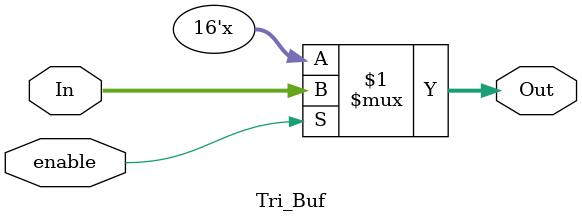
<source format=v>
`timescale 1ns / 1ps
module Tri_Buf(
    input [15:0] In,
    input enable,
	 output [15:0] Out
     );

	assign Out = enable? In : 16'bzzzzzzzzzzzzzzzz;
	
endmodule

</source>
